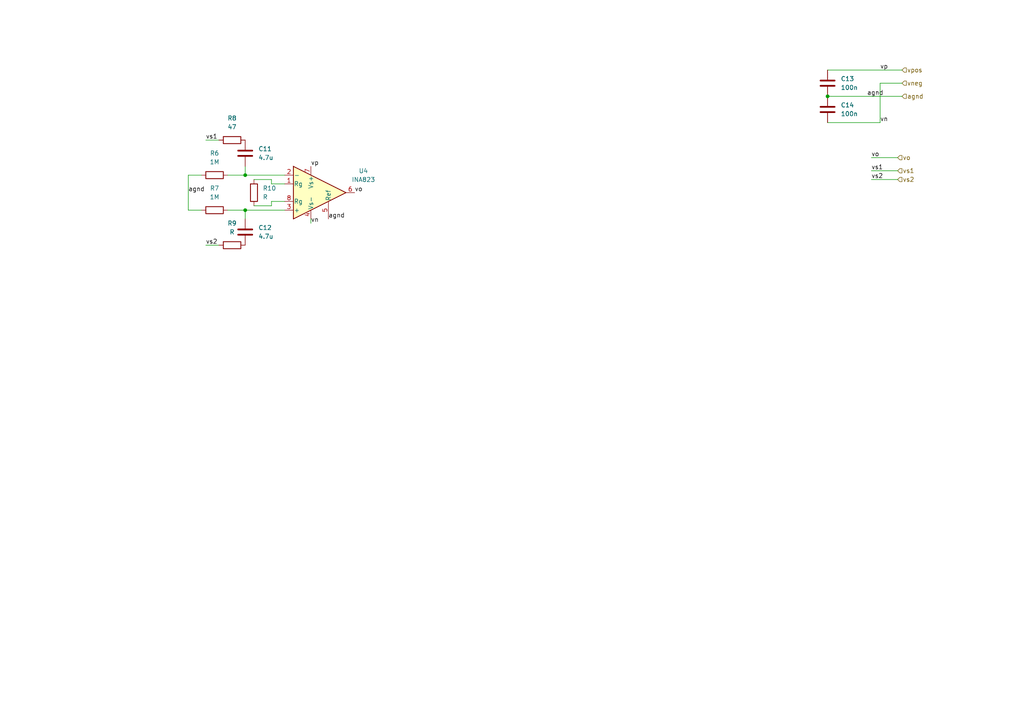
<source format=kicad_sch>
(kicad_sch (version 20250114) (generator "eeschema") (generator_version "9.0")
  (paper "A4")
  (lib_symbols
    (symbol "Amplifier_Instrumentation:AD620" (pin_names (offset 0.127))
      (property "Reference" "U" (at 3.81 7.62 0))
      (property "Value" "AD620" (at 5.08 5.08 0))
      (symbol "AD620_0_1"
        (polyline (pts (xy -7.62 7.62) (xy -7.62 -7.62) (xy 7.62 0) (xy -7.62 7.62)) (stroke (width 0.254)) (fill (type background)))
      )
      (symbol "AD620_1_1"
        (pin input line (at -10.16 5.08 0) (length 2.54) (name "-") (number "2"))
        (pin passive line (at -10.16 2.54 0) (length 2.54) (name "Rg") (number "1"))
        (pin passive line (at -10.16 -2.54 0) (length 2.54) (name "Rg") (number "8"))
        (pin input line (at -10.16 -5.08 0) (length 2.54) (name "+") (number "3"))
        (pin power_in line (at -2.54 7.62 270) (length 2.54) (name "Vs+") (number "7"))
        (pin power_in line (at -2.54 -7.62 90) (length 2.54) (name "Vs-") (number "4"))
        (pin passive line (at 2.54 -7.62 90) (length 5.08) (name "Ref") (number "5"))
        (pin output line (at 10.16 0 180) (length 2.54) (name "~") (number "6"))
      )
    )
    (symbol "Device:C" (pin_numbers (hide yes)) (pin_names (offset 0.254))
      (property "Reference" "C" (at 0.635 2.54 0))
      (property "Value" "C" (at 0.635 -2.54 0))
      (symbol "C_0_1"
        (polyline (pts (xy -2.032 0.762) (xy 2.032 0.762)) (stroke (width 0.508)))
        (polyline (pts (xy -2.032 -0.762) (xy 2.032 -0.762)) (stroke (width 0.508)))
      )
      (symbol "C_1_1"
        (pin passive line (at 0 3.81 270) (length 2.794) (name "~") (number "1"))
        (pin passive line (at 0 -3.81 90) (length 2.794) (name "~") (number "2"))
      )
    )
    (symbol "Device:R" (pin_numbers (hide yes)) (pin_names (offset 0))
      (property "Reference" "R" (at 2.032 0 90))
      (property "Value" "R" (at 0 0 90))
      (symbol "R_0_1"
        (rectangle (start -1.016 -2.54) (end 1.016 2.54) (stroke (width 0.254)))
      )
      (symbol "R_1_1"
        (pin passive line (at 0 3.81 270) (length 1.27) (name "~") (number "1"))
        (pin passive line (at 0 -3.81 90) (length 1.27) (name "~") (number "2"))
      )
    )
  )
  (junction (at 71.12 50.8))
  (junction (at 71.12 60.96))
  (junction (at 240.03 27.94))
  (wire (pts (xy 58.42 50.8) (xy 54.61 50.8)))
  (wire (pts (xy 252.73 49.53) (xy 260.35 49.53)))
  (wire (pts (xy 252.73 52.07) (xy 260.35 52.07)))
  (wire (pts (xy 59.69 40.64) (xy 63.5 40.64)))
  (wire (pts (xy 66.04 50.8) (xy 71.12 50.8)))
  (wire (pts (xy 73.66 52.07) (xy 78.74 52.07)))
  (wire (pts (xy 255.27 24.13) (xy 255.27 35.56)))
  (wire (pts (xy 261.62 24.13) (xy 255.27 24.13)))
  (wire (pts (xy 71.12 60.96) (xy 82.55 60.96)))
  (wire (pts (xy 71.12 60.96) (xy 71.12 63.5)))
  (wire (pts (xy 240.03 27.94) (xy 261.62 27.94)))
  (wire (pts (xy 59.69 71.12) (xy 63.5 71.12)))
  (wire (pts (xy 240.03 20.32) (xy 261.62 20.32)))
  (wire (pts (xy 54.61 60.96) (xy 58.42 60.96)))
  (wire (pts (xy 90.17 64.77) (xy 90.17 63.5)))
  (wire (pts (xy 78.74 53.34) (xy 82.55 53.34)))
  (wire (pts (xy 78.74 59.69) (xy 78.74 58.42)))
  (wire (pts (xy 252.73 45.72) (xy 260.35 45.72)))
  (wire (pts (xy 71.12 50.8) (xy 82.55 50.8)))
  (wire (pts (xy 54.61 50.8) (xy 54.61 60.96)))
  (wire (pts (xy 66.04 60.96) (xy 71.12 60.96)))
  (wire (pts (xy 73.66 59.69) (xy 78.74 59.69)))
  (wire (pts (xy 71.12 48.26) (xy 71.12 50.8)))
  (wire (pts (xy 78.74 52.07) (xy 78.74 53.34)))
  (wire (pts (xy 78.74 58.42) (xy 82.55 58.42)))
  (wire (pts (xy 240.03 35.56) (xy 255.27 35.56)))
  (label "vp" (at 90.17 48.26 0))
  (label "vp" (at 255.27 20.32 0))
  (label "agnd" (at 251.46 27.94 0))
  (label "vn" (at 255.27 35.56 0))
  (label "vs2" (at 59.69 71.12 0))
  (label "vs1" (at 59.69 40.64 0))
  (label "agnd" (at 95.25 63.5 0))
  (label "vs2" (at 252.73 52.07 0))
  (label "vs1" (at 252.73 49.53 0))
  (label "agnd" (at 54.61 55.88 0))
  (label "vo" (at 252.73 45.72 0))
  (label "vo" (at 102.87 55.88 0))
  (label "vn" (at 90.17 64.77 0))
  (hierarchical_label "vneg" (shape input) (at 261.62 24.13 0))
  (hierarchical_label "vpos" (shape input) (at 261.62 20.32 0))
  (hierarchical_label "vs1" (shape input) (at 260.35 49.53 0))
  (hierarchical_label "vs2" (shape input) (at 260.35 52.07 0))
  (hierarchical_label "agnd" (shape input) (at 261.62 27.94 0))
  (hierarchical_label "vo" (shape input) (at 260.35 45.72 0))
  (symbol (lib_id "Device:R") (at 62.23 60.96 90) (unit 1)
    (property "Reference" "R2" (at 62.23 54.61 90))
    (property "Value" "1M" (at 62.23 57.15 90))
    (property "Footprint" "Resistor_SMD:R_0603_1608Metric_Pad0.98x0.95mm_HandSolder" (effects (hide yes)))
    (property "Description" "Resistor" (effects (hide yes)))
    (instances (project "esfgrid_ckt_Multi" (path "" (reference "R7") (unit 1)) (path "" (reference "R2") (unit 1))))
  )
  (symbol (lib_id "Device:C") (at 71.12 44.45 0) (unit 1)
    (property "Reference" "C7" (at 74.93 43.1799 0) (effects (justify left)))
    (property "Value" "4.7u" (at 74.93 45.7199 0) (effects (justify left)))
    (property "Footprint" "Capacitor_SMD:C_0603_1608Metric_Pad1.08x0.95mm_HandSolder" (effects (hide yes)))
    (property "Description" "Unpolarized capacitor" (effects (hide yes)))
    (instances (project "esfgrid_ckt_Multi" (path "" (reference "C11") (unit 1)) (path "" (reference "C7") (unit 1))))
  )
  (symbol (lib_id "Device:R") (at 67.31 71.12 90) (unit 1)
    (property "Reference" "R4" (at 67.31 64.77 90))
    (property "Value" "R" (at 67.31 67.31 90))
    (property "Footprint" "Resistor_SMD:R_0603_1608Metric_Pad0.98x0.95mm_HandSolder" (effects (hide yes)))
    (property "Description" "Resistor" (effects (hide yes)))
    (instances (project "esfgrid_ckt_Multi" (path "" (reference "R9") (unit 1)) (path "" (reference "R4") (unit 1))))
  )
  (symbol (lib_id "Device:C") (at 71.12 67.31 0) (unit 1)
    (property "Reference" "C8" (at 74.93 66.0399 0) (effects (justify left)))
    (property "Value" "4.7u" (at 74.93 68.5799 0) (effects (justify left)))
    (property "Footprint" "Capacitor_SMD:C_0603_1608Metric_Pad1.08x0.95mm_HandSolder" (effects (hide yes)))
    (property "Description" "Unpolarized capacitor" (effects (hide yes)))
    (instances (project "esfgrid_ckt_Multi" (path "" (reference "C12") (unit 1)) (path "" (reference "C8") (unit 1))))
  )
  (symbol (lib_id "Device:R") (at 67.31 40.64 90) (unit 1)
    (property "Reference" "R3" (at 67.31 34.29 90))
    (property "Value" "47" (at 67.31 36.83 90))
    (property "Footprint" "Resistor_SMD:R_0603_1608Metric_Pad0.98x0.95mm_HandSolder" (effects (hide yes)))
    (property "Description" "Resistor" (effects (hide yes)))
    (instances (project "esfgrid_ckt_Multi" (path "" (reference "R8") (unit 1)) (path "" (reference "R3") (unit 1))))
  )
  (symbol (lib_id "Device:C") (at 240.03 31.75 0) (unit 1)
    (property "Reference" "C10" (at 243.84 30.4799 0) (effects (justify left)))
    (property "Value" "100n" (at 243.84 33.0199 0) (effects (justify left)))
    (property "Footprint" "Capacitor_SMD:C_0603_1608Metric_Pad1.08x0.95mm_HandSolder" (effects (hide yes)))
    (property "Description" "Unpolarized capacitor" (effects (hide yes)))
    (instances (project "esfgrid_ckt_Multi" (path "" (reference "C14") (unit 1)) (path "" (reference "C10") (unit 1))))
  )
  (symbol (lib_id "Device:R") (at 73.66 55.88 0) (unit 1)
    (property "Reference" "R5" (at 76.2 54.6099 0) (effects (justify left)))
    (property "Value" "R" (at 76.2 57.1499 0) (effects (justify left)))
    (property "Footprint" "Resistor_SMD:R_0603_1608Metric_Pad0.98x0.95mm_HandSolder" (effects (hide yes)))
    (property "Description" "Resistor" (effects (hide yes)))
    (instances (project "esfgrid_ckt_Multi" (path "" (reference "R10") (unit 1)) (path "" (reference "R5") (unit 1))))
  )
  (symbol (lib_id "Device:C") (at 240.03 24.13 180) (unit 1)
    (property "Reference" "C9" (at 243.84 22.8599 0) (effects (justify right)))
    (property "Value" "100n" (at 243.84 25.3999 0) (effects (justify right)))
    (property "Footprint" "Capacitor_SMD:C_0603_1608Metric_Pad1.08x0.95mm_HandSolder" (effects (hide yes)))
    (property "Description" "Unpolarized capacitor" (effects (hide yes)))
    (instances (project "esfgrid_ckt_Multi" (path "" (reference "C13") (unit 1)) (path "" (reference "C9") (unit 1))))
  )
  (symbol (lib_id "Device:R") (at 62.23 50.8 90) (unit 1)
    (property "Reference" "R1" (at 62.23 44.45 90))
    (property "Value" "1M" (at 62.23 46.99 90))
    (property "Footprint" "Resistor_SMD:R_0603_1608Metric_Pad0.98x0.95mm_HandSolder" (effects (hide yes)))
    (property "Description" "Resistor" (effects (hide yes)))
    (instances (project "esfgrid_ckt_Multi" (path "" (reference "R6") (unit 1)) (path "" (reference "R1") (unit 1))))
  )
  (symbol (lib_id "Amplifier_Instrumentation:AD620") (at 92.71 55.88 0) (unit 1)
    (property "Reference" "U3" (at 105.41 49.5614 0))
    (property "Value" "INA823" (at 105.41 52.1014 0))
    (property "Footprint" "Package_SO:SOIC-8_3.9x4.9mm_P1.27mm" (effects (hide yes)))
    (property "Datasheet" "https://www.analog.com/media/en/technical-documentation/data-sheets/AD620.pdf" (effects (hide yes)))
    (property "Description" "Low Cost, Low Power, Instrumentation Amplifier, DIP-8/SOIC-8" (effects (hide yes)))
    (instances (project "esfgrid_ckt_Multi" (path "" (reference "U4") (unit 1)) (path "" (reference "U3") (unit 1))))
  )
)
</source>
